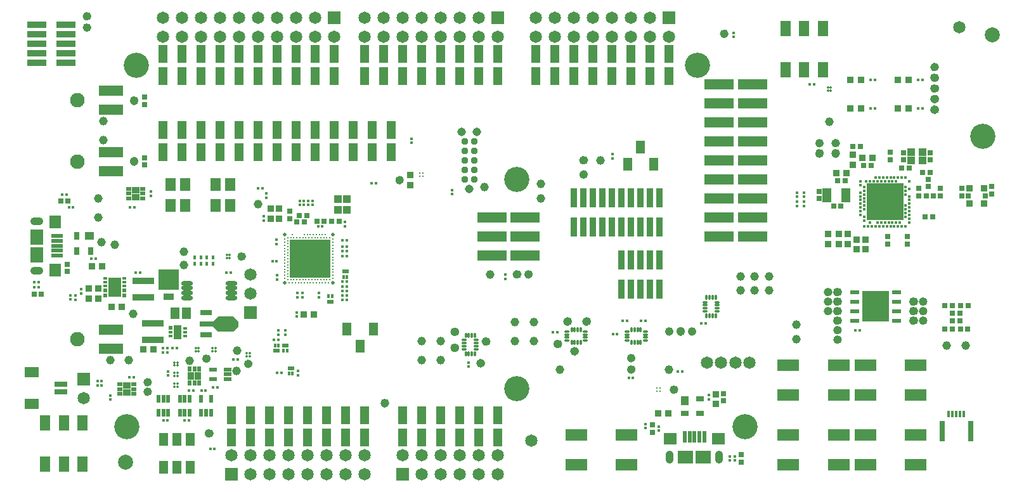
<source format=gts>
G04*
G04 #@! TF.GenerationSoftware,Altium Limited,Altium Designer,21.4.1 (30)*
G04*
G04 Layer_Color=8388736*
%FSLAX24Y24*%
%MOIN*%
G70*
G04*
G04 #@! TF.SameCoordinates,5CBE21F3-A45B-47EA-B0B1-B143E6338599*
G04*
G04*
G04 #@! TF.FilePolarity,Negative*
G04*
G01*
G75*
%ADD112C,0.0240*%
%ADD113R,0.0257X0.0296*%
%ADD114R,0.0316X0.0257*%
%ADD115R,0.0232X0.0154*%
%ADD116R,0.0232X0.0242*%
%ADD117R,0.0690X0.1044*%
%ADD118R,0.0560X0.0360*%
%ADD119R,0.1060X0.1111*%
%ADD120R,0.0454X0.0690*%
%ADD121C,0.0139*%
%ADD122O,0.0611X0.0237*%
%ADD123C,0.0134*%
%ADD124O,0.0136X0.0305*%
%ADD125O,0.0305X0.0136*%
%ADD126R,0.0513X0.0237*%
%ADD127R,0.1399X0.1635*%
%ADD128R,0.1143X0.0611*%
%ADD129R,0.0277X0.0296*%
%ADD130R,0.1312X0.0560*%
%ADD131R,0.0178X0.0375*%
%ADD132R,0.0296X0.1084*%
%ADD133R,0.0395X0.0296*%
%ADD134R,0.0395X0.0454*%
%ADD135R,0.0375X0.0355*%
%ADD136R,0.0532X0.0690*%
%ADD137R,0.0359X0.1005*%
%ADD138R,0.1560X0.0560*%
%ADD139R,0.0462X0.0922*%
%ADD140R,0.0532X0.0847*%
%ADD141R,0.0296X0.0395*%
%ADD142R,0.0454X0.0395*%
%ADD143R,0.0592X0.0217*%
%ADD144R,0.0670X0.0808*%
%ADD145R,0.0611X0.0690*%
%ADD146C,0.0787*%
%ADD147C,0.0454*%
%ADD148C,0.0370*%
%ADD149R,0.0296X0.0257*%
%ADD150R,0.0355X0.0375*%
%ADD151R,0.0769X0.0532*%
%ADD152R,0.0670X0.0296*%
%ADD153R,0.0158X0.0217*%
%ADD154R,0.0336X0.0217*%
%ADD155R,0.0198X0.0414*%
%ADD156R,0.0454X0.0769*%
%ADD157R,0.1949X0.1949*%
%ADD158C,0.0148*%
%ADD159R,0.0375X0.0355*%
%ADD160R,0.0288X0.0257*%
%ADD161R,0.0493X0.0611*%
%ADD162R,0.1123X0.0375*%
%ADD163R,0.0406X0.0323*%
%ADD164R,0.0260X0.0209*%
%ADD165R,0.0414X0.0769*%
%ADD166R,0.0237X0.0158*%
%ADD167R,0.0237X0.0198*%
%ADD168R,0.0158X0.0202*%
%ADD169R,0.0360X0.0380*%
%ADD170C,0.0651*%
%ADD171R,0.0157X0.0146*%
%ADD172R,0.0323X0.0406*%
%ADD173R,0.0209X0.0260*%
%ADD174R,0.0166X0.0178*%
%ADD175C,0.0132*%
%ADD176R,0.0395X0.0434*%
%ADD177R,0.0178X0.0166*%
%ADD178C,0.0128*%
%ADD179C,0.0197*%
%ADD180R,0.2165X0.2008*%
%ADD181R,0.0138X0.0197*%
%ADD182R,0.0327X0.0209*%
%ADD183R,0.0146X0.0157*%
%ADD184R,0.0611X0.0296*%
%ADD185R,0.0729X0.0296*%
%ADD186R,0.0257X0.0316*%
%ADD187R,0.0690X0.0611*%
%ADD188R,0.0808X0.0670*%
%ADD189R,0.0217X0.0592*%
%ADD190R,0.1005X0.0359*%
%ADD191R,0.0296X0.0277*%
%ADD192R,0.0414X0.0198*%
%ADD193R,0.0434X0.0395*%
%ADD194C,0.0761*%
%ADD195R,0.0651X0.0651*%
%ADD196O,0.0690X0.0414*%
%ADD197C,0.0450*%
%ADD198R,0.0651X0.0651*%
%ADD199C,0.1320*%
%ADD200O,0.0414X0.0690*%
G36*
X11083Y8804D02*
X11088Y8803D01*
X11092Y8801D01*
X11096Y8798D01*
X11100Y8795D01*
X11356Y8539D01*
X11359Y8536D01*
X11361Y8532D01*
X11363Y8527D01*
X11364Y8523D01*
X11364Y8518D01*
Y8282D01*
X11364Y8277D01*
X11363Y8273D01*
X11361Y8268D01*
X11359Y8264D01*
X11356Y8261D01*
X11100Y8005D01*
X11096Y8002D01*
X11092Y7999D01*
X11088Y7997D01*
X11083Y7996D01*
X11078Y7996D01*
X10291D01*
X10286Y7996D01*
X10282Y7997D01*
X10277Y7999D01*
X10273Y8002D01*
X10270Y8005D01*
X10014Y8261D01*
X10011Y8264D01*
X10008Y8268D01*
X10006Y8273D01*
X10005Y8277D01*
X10005Y8282D01*
Y8518D01*
X10005Y8523D01*
X10006Y8527D01*
X10008Y8532D01*
X10011Y8536D01*
X10014Y8539D01*
X10270Y8795D01*
X10273Y8798D01*
X10277Y8801D01*
X10282Y8803D01*
X10286Y8804D01*
X10291Y8804D01*
X11078D01*
X11083Y8804D01*
D02*
G37*
D112*
X34710Y7989D02*
G03*
X34710Y7989I-110J0D01*
G01*
Y8011D02*
G03*
X34710Y8011I-110J0D01*
G01*
X29147Y6959D02*
G03*
X29147Y6959I-110J0D01*
G01*
X29125D02*
G03*
X29125Y6959I-110J0D01*
G01*
X48052Y21337D02*
G03*
X48052Y21337I-110J0D01*
G01*
X48074D02*
G03*
X48074Y21337I-110J0D01*
G01*
X37000Y23649D02*
G03*
X37000Y23649I-110J0D01*
G01*
X42860Y17899D02*
G03*
X42860Y17899I-110J0D01*
G01*
X26099Y11000D02*
G03*
X26099Y11000I-110J0D01*
G01*
X26121D02*
G03*
X26121Y11000I-110J0D01*
G01*
X42971Y8570D02*
G03*
X42971Y8570I-110J0D01*
G01*
X42949D02*
G03*
X42949Y8570I-110J0D01*
G01*
X19933Y15956D02*
G03*
X19933Y15956I-110J0D01*
G01*
X3499Y23976D02*
G03*
X3499Y23976I-110J0D01*
G01*
X3501Y24570D02*
G03*
X3501Y24570I-110J0D01*
G01*
X42010Y17349D02*
G03*
X42010Y17349I-110J0D01*
G01*
Y17371D02*
G03*
X42010Y17371I-110J0D01*
G01*
X42860Y17349D02*
G03*
X42860Y17349I-110J0D01*
G01*
Y17371D02*
G03*
X42860Y17371I-110J0D01*
G01*
X42010Y17899D02*
G03*
X42010Y17899I-110J0D01*
G01*
X42949Y9070D02*
G03*
X42949Y9070I-110J0D01*
G01*
X42971D02*
G03*
X42971Y9070I-110J0D01*
G01*
X42949Y9570D02*
G03*
X42949Y9570I-110J0D01*
G01*
X42971D02*
G03*
X42971Y9570I-110J0D01*
G01*
X42949Y10070D02*
G03*
X42949Y10070I-110J0D01*
G01*
X42971D02*
G03*
X42971Y10070I-110J0D01*
G01*
X46971Y8570D02*
G03*
X46971Y8570I-110J0D01*
G01*
X46949D02*
G03*
X46949Y8570I-110J0D01*
G01*
X46971Y9070D02*
G03*
X46971Y9070I-110J0D01*
G01*
X46949D02*
G03*
X46949Y9070I-110J0D01*
G01*
X46971Y9570D02*
G03*
X46971Y9570I-110J0D01*
G01*
X46949D02*
G03*
X46949Y9570I-110J0D01*
G01*
X42959Y8070D02*
G03*
X42959Y8070I-110J0D01*
G01*
Y7570D02*
G03*
X42959Y7570I-110J0D01*
G01*
X42461Y9070D02*
G03*
X42461Y9070I-110J0D01*
G01*
Y9570D02*
G03*
X42461Y9570I-110J0D01*
G01*
Y10070D02*
G03*
X42461Y10070I-110J0D01*
G01*
X47459Y8570D02*
G03*
X47459Y8570I-110J0D01*
G01*
Y9070D02*
G03*
X47459Y9070I-110J0D01*
G01*
Y9570D02*
G03*
X47459Y9570I-110J0D01*
G01*
X26711Y11000D02*
G03*
X26711Y11000I-110J0D01*
G01*
X6690Y5329D02*
G03*
X6690Y5329I-110J0D01*
G01*
Y4829D02*
G03*
X6690Y4829I-110J0D01*
G01*
X11979Y6296D02*
G03*
X11979Y6296I-110J0D01*
G01*
X19160Y4219D02*
G03*
X19160Y4219I-110J0D01*
G01*
Y4241D02*
G03*
X19160Y4241I-110J0D01*
G01*
X9780Y6571D02*
G03*
X9780Y6571I-110J0D01*
G01*
X5980Y16950D02*
G03*
X5980Y16950I-110J0D01*
G01*
Y16928D02*
G03*
X5980Y16928I-110J0D01*
G01*
Y20141D02*
G03*
X5980Y20141I-110J0D01*
G01*
Y20119D02*
G03*
X5980Y20119I-110J0D01*
G01*
X32109Y6600D02*
G03*
X32109Y6600I-110J0D01*
G01*
X35310Y7999D02*
G03*
X35310Y7999I-110J0D01*
G01*
X34110D02*
G03*
X34110Y7999I-110J0D01*
G01*
X32111Y6000D02*
G03*
X32111Y6000I-110J0D01*
G01*
X11630Y11940D02*
G03*
X11630Y11940I-110J0D01*
G01*
X34360Y4941D02*
G03*
X34360Y4941I-110J0D01*
G01*
X48062Y21897D02*
G03*
X48062Y21897I-110J0D01*
G01*
X48074Y19657D02*
G03*
X48074Y19657I-110J0D01*
G01*
X48052D02*
G03*
X48052Y19657I-110J0D01*
G01*
X48074Y20217D02*
G03*
X48074Y20217I-110J0D01*
G01*
X48052D02*
G03*
X48052Y20217I-110J0D01*
G01*
X48074Y20777D02*
G03*
X48074Y20777I-110J0D01*
G01*
X48052D02*
G03*
X48052Y20777I-110J0D01*
G01*
X28239Y7340D02*
G03*
X28239Y7340I-110J0D01*
G01*
X28261D02*
G03*
X28261Y7340I-110J0D01*
G01*
X24211Y6330D02*
G03*
X24211Y6330I-110J0D01*
G01*
X24189D02*
G03*
X24189Y6330I-110J0D01*
G01*
X24491Y7470D02*
G03*
X24491Y7470I-110J0D01*
G01*
X24469D02*
G03*
X24469Y7470I-110J0D01*
G01*
X22829Y7980D02*
G03*
X22829Y7980I-110J0D01*
G01*
X22851D02*
G03*
X22851Y7980I-110J0D01*
G01*
X22829Y7140D02*
G03*
X22829Y7140I-110J0D01*
G01*
X22851D02*
G03*
X22851Y7140I-110J0D01*
G01*
X28759Y8520D02*
G03*
X28759Y8520I-110J0D01*
G01*
X28781D02*
G03*
X28781Y8520I-110J0D01*
G01*
X29759D02*
G03*
X29759Y8520I-110J0D01*
G01*
X29781D02*
G03*
X29781Y8520I-110J0D01*
G01*
X29621Y17000D02*
G03*
X29621Y17000I-110J0D01*
G01*
X29599D02*
G03*
X29599Y17000I-110J0D01*
G01*
X29611Y16250D02*
G03*
X29611Y16250I-110J0D01*
G01*
X9931Y2640D02*
G03*
X9931Y2640I-110J0D01*
G01*
X9909D02*
G03*
X9909Y2640I-110J0D01*
G01*
D113*
X49379Y15132D02*
D03*
Y15526D02*
D03*
X50937Y15631D02*
D03*
Y15238D02*
D03*
X14061Y14312D02*
D03*
Y13918D02*
D03*
X47718Y17407D02*
D03*
Y17013D02*
D03*
X46318Y17013D02*
D03*
Y17407D02*
D03*
X45468Y12989D02*
D03*
Y12595D02*
D03*
X46531Y12989D02*
D03*
Y12595D02*
D03*
X45606Y17015D02*
D03*
Y17408D02*
D03*
X41884Y15374D02*
D03*
Y14980D02*
D03*
X48256Y15133D02*
D03*
Y15527D02*
D03*
X47606Y16007D02*
D03*
Y15613D02*
D03*
X47132Y15115D02*
D03*
Y15509D02*
D03*
D114*
X47879Y15112D02*
D03*
X47505Y15112D02*
D03*
X609Y9967D02*
D03*
X983D02*
D03*
X44041Y17714D02*
D03*
X43667D02*
D03*
X2012Y14856D02*
D03*
X2386D02*
D03*
D115*
X5360Y10793D02*
D03*
Y10596D02*
D03*
Y10399D02*
D03*
X4360D02*
D03*
Y10596D02*
D03*
Y10793D02*
D03*
D116*
X5360Y10143D02*
D03*
Y9887D02*
D03*
X4360D02*
D03*
Y10143D02*
D03*
D117*
X4860Y10340D02*
D03*
D118*
X7680Y9810D02*
D03*
D119*
Y10736D02*
D03*
D120*
X8809Y872D02*
D03*
X8120D02*
D03*
X7431D02*
D03*
Y2328D02*
D03*
X8120D02*
D03*
X8809D02*
D03*
X33189Y16797D02*
D03*
X31811D02*
D03*
X32500Y17703D02*
D03*
X17067Y8130D02*
D03*
X18445D02*
D03*
X17756Y7224D02*
D03*
D121*
X34600Y7867D02*
D03*
Y8133D02*
D03*
X29159Y6959D02*
D03*
X28893D02*
D03*
X47820Y21337D02*
D03*
X48086D02*
D03*
X36890Y23527D02*
D03*
Y23773D02*
D03*
X42750Y17777D02*
D03*
Y18023D02*
D03*
X25867Y11000D02*
D03*
X26133D02*
D03*
X42983Y8570D02*
D03*
X42717D02*
D03*
X19823Y16078D02*
D03*
Y15832D02*
D03*
X3513Y23976D02*
D03*
X3267D02*
D03*
X3513Y24570D02*
D03*
X3267D02*
D03*
X41900Y17227D02*
D03*
Y17493D02*
D03*
X42750Y17227D02*
D03*
Y17493D02*
D03*
X41900Y18023D02*
D03*
Y17777D02*
D03*
X42717Y9070D02*
D03*
X42983D02*
D03*
X42717Y9570D02*
D03*
X42983D02*
D03*
X42717Y10070D02*
D03*
X42983D02*
D03*
X46983Y8570D02*
D03*
X46717D02*
D03*
X46983Y9070D02*
D03*
X46717D02*
D03*
X46983Y9570D02*
D03*
X46717D02*
D03*
X42973Y8070D02*
D03*
X42727D02*
D03*
X42973Y7570D02*
D03*
X42727D02*
D03*
X42227Y9070D02*
D03*
X42473D02*
D03*
X42227Y9570D02*
D03*
X42473D02*
D03*
X42227Y10070D02*
D03*
X42473D02*
D03*
X47473Y8570D02*
D03*
X47227D02*
D03*
X47473Y9070D02*
D03*
X47227D02*
D03*
X47473Y9570D02*
D03*
X47227D02*
D03*
X26477Y11000D02*
D03*
X26723D02*
D03*
X6456Y5329D02*
D03*
X6702D02*
D03*
X6456Y4829D02*
D03*
X6702D02*
D03*
X11745Y6296D02*
D03*
X11991D02*
D03*
X19050Y4097D02*
D03*
Y4363D02*
D03*
X9670Y6447D02*
D03*
Y6693D02*
D03*
X5870Y17072D02*
D03*
Y16806D02*
D03*
Y20263D02*
D03*
Y19997D02*
D03*
X32123Y6600D02*
D03*
X31877D02*
D03*
X35200Y8123D02*
D03*
Y7877D02*
D03*
X34000Y8123D02*
D03*
Y7877D02*
D03*
X31877Y6000D02*
D03*
X32123D02*
D03*
X11520Y11816D02*
D03*
Y12062D02*
D03*
X34250Y4817D02*
D03*
Y5063D02*
D03*
X48076Y21897D02*
D03*
X47830D02*
D03*
X48086Y19657D02*
D03*
X47820D02*
D03*
X48086Y20217D02*
D03*
X47820D02*
D03*
X48086Y20777D02*
D03*
X47820D02*
D03*
X28007Y7340D02*
D03*
X28273D02*
D03*
X24223Y6330D02*
D03*
X23957D02*
D03*
X24503Y7470D02*
D03*
X24237D02*
D03*
X22597Y7980D02*
D03*
X22863D02*
D03*
X22597Y7140D02*
D03*
X22863D02*
D03*
X28527Y8520D02*
D03*
X28793D02*
D03*
X29527D02*
D03*
X29793D02*
D03*
X29633Y17000D02*
D03*
X29367D02*
D03*
X29377Y16250D02*
D03*
X29623D02*
D03*
X9943Y2640D02*
D03*
X9677D02*
D03*
D122*
X10981Y9766D02*
D03*
Y10022D02*
D03*
Y10278D02*
D03*
Y10534D02*
D03*
X8659Y9766D02*
D03*
Y10022D02*
D03*
Y10278D02*
D03*
Y10534D02*
D03*
D123*
X11937Y6687D02*
D03*
X11779D02*
D03*
X11937Y6845D02*
D03*
X11779D02*
D03*
X10899Y12029D02*
D03*
Y11871D02*
D03*
X10741Y12029D02*
D03*
Y11871D02*
D03*
X42340Y20817D02*
D03*
X42497D02*
D03*
X42340Y20660D02*
D03*
X42497D02*
D03*
X8149Y6211D02*
D03*
X7991D02*
D03*
X8149Y6369D02*
D03*
X7991D02*
D03*
X8149Y5656D02*
D03*
X7991D02*
D03*
X8149Y5814D02*
D03*
X7991D02*
D03*
X8149Y5101D02*
D03*
X7991D02*
D03*
X8149Y5259D02*
D03*
X7991D02*
D03*
X9991Y7119D02*
D03*
X10149D02*
D03*
X9991Y6961D02*
D03*
X10149D02*
D03*
X9101Y7119D02*
D03*
X9259D02*
D03*
X9101Y6961D02*
D03*
X9259D02*
D03*
D124*
X28874Y7435D02*
D03*
X29031D02*
D03*
X29189D02*
D03*
X29346D02*
D03*
Y8085D02*
D03*
X29189D02*
D03*
X29031D02*
D03*
X28874D02*
D03*
X36436Y9782D02*
D03*
X36279D02*
D03*
X36121D02*
D03*
X35964D02*
D03*
Y8818D02*
D03*
X36121D02*
D03*
X36279D02*
D03*
X36436D02*
D03*
X23776Y6828D02*
D03*
X23619D02*
D03*
X23461D02*
D03*
X23304D02*
D03*
Y7792D02*
D03*
X23461D02*
D03*
X23619D02*
D03*
X23776D02*
D03*
X32024Y8085D02*
D03*
X32181D02*
D03*
X32339D02*
D03*
X32496D02*
D03*
Y7435D02*
D03*
X32339D02*
D03*
X32181D02*
D03*
X32024D02*
D03*
D125*
X29592Y7524D02*
D03*
Y7681D02*
D03*
Y7839D02*
D03*
Y7996D02*
D03*
X28628D02*
D03*
Y7839D02*
D03*
Y7681D02*
D03*
Y7524D02*
D03*
X36525Y9064D02*
D03*
Y9221D02*
D03*
Y9379D02*
D03*
Y9536D02*
D03*
X35875D02*
D03*
Y9379D02*
D03*
Y9221D02*
D03*
Y9064D02*
D03*
X23215Y7074D02*
D03*
Y7231D02*
D03*
Y7389D02*
D03*
Y7546D02*
D03*
X23865D02*
D03*
Y7389D02*
D03*
Y7231D02*
D03*
Y7074D02*
D03*
X31778Y7524D02*
D03*
Y7681D02*
D03*
Y7839D02*
D03*
Y7996D02*
D03*
X32742D02*
D03*
Y7839D02*
D03*
Y7681D02*
D03*
Y7524D02*
D03*
D126*
X45941Y8570D02*
D03*
Y9070D02*
D03*
Y9570D02*
D03*
Y10070D02*
D03*
X43759Y8570D02*
D03*
Y9070D02*
D03*
Y9570D02*
D03*
Y10070D02*
D03*
D127*
X44850Y9320D02*
D03*
D128*
X31759Y985D02*
D03*
Y2560D02*
D03*
X29101Y985D02*
D03*
Y2560D02*
D03*
X44307Y2560D02*
D03*
Y985D02*
D03*
X46964Y2560D02*
D03*
Y985D02*
D03*
X40267Y2560D02*
D03*
Y985D02*
D03*
X42924Y2560D02*
D03*
Y985D02*
D03*
X46964Y4657D02*
D03*
Y6232D02*
D03*
X44307Y4657D02*
D03*
Y6232D02*
D03*
X42924Y4657D02*
D03*
Y6232D02*
D03*
X40267Y4657D02*
D03*
Y6232D02*
D03*
D129*
X48900Y8947D02*
D03*
Y8553D02*
D03*
X6430Y20327D02*
D03*
Y19933D02*
D03*
X49290Y8553D02*
D03*
Y8947D02*
D03*
X6430Y16742D02*
D03*
Y17136D02*
D03*
D130*
X4650Y17429D02*
D03*
Y16429D02*
D03*
Y8090D02*
D03*
Y7090D02*
D03*
Y20657D02*
D03*
Y19657D02*
D03*
D131*
X49487Y3673D02*
D03*
X48700D02*
D03*
X48897D02*
D03*
X49094D02*
D03*
X49290D02*
D03*
D132*
X48346Y2767D02*
D03*
X49842D02*
D03*
D133*
X35611Y4445D02*
D03*
Y3697D02*
D03*
X34804D02*
D03*
D134*
Y4366D02*
D03*
D135*
X36466Y4706D02*
D03*
Y4175D02*
D03*
X43381Y13127D02*
D03*
Y12595D02*
D03*
X43667Y16769D02*
D03*
Y17300D02*
D03*
X13480Y14471D02*
D03*
Y13940D02*
D03*
X13037D02*
D03*
Y14471D02*
D03*
X20374Y16230D02*
D03*
Y15699D02*
D03*
X42367Y12595D02*
D03*
Y13127D02*
D03*
X42919Y12595D02*
D03*
Y13127D02*
D03*
X43844Y12310D02*
D03*
Y12841D02*
D03*
X3970Y9724D02*
D03*
Y10256D02*
D03*
X3500Y9724D02*
D03*
Y10256D02*
D03*
X44307Y12310D02*
D03*
Y12841D02*
D03*
D136*
X7775Y15711D02*
D03*
X8563Y14609D02*
D03*
X7775D02*
D03*
X10137D02*
D03*
X10925D02*
D03*
X8563Y15711D02*
D03*
X10137D02*
D03*
X10925D02*
D03*
D137*
X31500Y15018D02*
D03*
X32000D02*
D03*
X32500D02*
D03*
X33000D02*
D03*
X33500D02*
D03*
X31500Y13482D02*
D03*
X32000D02*
D03*
X32500D02*
D03*
X33000D02*
D03*
X33500D02*
D03*
X31000D02*
D03*
X30500D02*
D03*
X30000D02*
D03*
X29500D02*
D03*
X29000D02*
D03*
X31000Y15018D02*
D03*
X30500D02*
D03*
X30000D02*
D03*
X29500D02*
D03*
X29000D02*
D03*
X33500Y10232D02*
D03*
X33000D02*
D03*
X32500D02*
D03*
X32000D02*
D03*
X31500D02*
D03*
X33500Y11768D02*
D03*
X33000D02*
D03*
X32500D02*
D03*
X32000D02*
D03*
X31500D02*
D03*
D138*
X38375Y14000D02*
D03*
X36625D02*
D03*
X38375Y16000D02*
D03*
X36625D02*
D03*
X38375Y17000D02*
D03*
X36625D02*
D03*
X38375Y18000D02*
D03*
X36625D02*
D03*
X38375Y19000D02*
D03*
X36625D02*
D03*
X38375Y20000D02*
D03*
X36625D02*
D03*
X38375Y21000D02*
D03*
X36625D02*
D03*
Y15000D02*
D03*
X38375D02*
D03*
X36625Y13000D02*
D03*
X38375D02*
D03*
X26425Y12000D02*
D03*
X24675D02*
D03*
X26425Y13000D02*
D03*
X24675D02*
D03*
X26425Y14000D02*
D03*
X24675D02*
D03*
D139*
X31000Y21423D02*
D03*
Y22577D02*
D03*
X27000Y21423D02*
D03*
X30000D02*
D03*
X29000Y21423D02*
D03*
X34000Y21423D02*
D03*
X33000D02*
D03*
X27000Y22577D02*
D03*
X30000D02*
D03*
X29000D02*
D03*
X34000D02*
D03*
X33000D02*
D03*
X28000Y21423D02*
D03*
X32000D02*
D03*
X28000Y22577D02*
D03*
X32000D02*
D03*
X7400Y21423D02*
D03*
X13400D02*
D03*
X7400Y22577D02*
D03*
X13400D02*
D03*
X8400Y21423D02*
D03*
X9400Y21423D02*
D03*
X11400D02*
D03*
X12400D02*
D03*
X15400D02*
D03*
X16400D02*
D03*
X8400Y22577D02*
D03*
X9400D02*
D03*
X11400D02*
D03*
X12400D02*
D03*
X15400D02*
D03*
X16400D02*
D03*
X10400Y21423D02*
D03*
X14400Y21423D02*
D03*
X10400Y22577D02*
D03*
X14400D02*
D03*
X14000Y3577D02*
D03*
Y2423D02*
D03*
X18000Y3577D02*
D03*
X15000D02*
D03*
X16000Y3577D02*
D03*
X11000Y3577D02*
D03*
X12000D02*
D03*
X18000Y2423D02*
D03*
X15000D02*
D03*
X16000D02*
D03*
X11000D02*
D03*
X12000D02*
D03*
X17000Y3577D02*
D03*
X13000D02*
D03*
X17000Y2423D02*
D03*
X13000D02*
D03*
X23000Y3577D02*
D03*
X23000Y2423D02*
D03*
X25000Y3577D02*
D03*
X24000D02*
D03*
X21000D02*
D03*
X20000D02*
D03*
X25000Y2423D02*
D03*
X24000D02*
D03*
X21000D02*
D03*
X20000D02*
D03*
X22000Y3577D02*
D03*
Y2423D02*
D03*
X15400Y18577D02*
D03*
Y17423D02*
D03*
X16400Y18577D02*
D03*
Y17423D02*
D03*
X7400D02*
D03*
Y18577D02*
D03*
X11400D02*
D03*
Y17423D02*
D03*
X12400Y18577D02*
D03*
Y17423D02*
D03*
X10400Y18577D02*
D03*
Y17423D02*
D03*
X9400Y18577D02*
D03*
Y17423D02*
D03*
X8400D02*
D03*
Y18577D02*
D03*
X14400Y17423D02*
D03*
Y18577D02*
D03*
X13400Y17423D02*
D03*
Y18577D02*
D03*
X17400Y17423D02*
D03*
Y18577D02*
D03*
X18400Y17423D02*
D03*
Y18577D02*
D03*
X19400Y17423D02*
D03*
Y18577D02*
D03*
X23000Y22577D02*
D03*
X19000D02*
D03*
X23000Y21423D02*
D03*
X19000D02*
D03*
X24000Y22577D02*
D03*
X25000D02*
D03*
X20000D02*
D03*
X21000D02*
D03*
X18000D02*
D03*
X24000Y21423D02*
D03*
X25000D02*
D03*
X20000Y21423D02*
D03*
X21000Y21423D02*
D03*
X18000D02*
D03*
X22000Y22577D02*
D03*
Y21423D02*
D03*
D140*
X3160Y3193D02*
D03*
X1192D02*
D03*
X2176D02*
D03*
Y1027D02*
D03*
X1192D02*
D03*
X3160D02*
D03*
X40106Y23913D02*
D03*
X42074D02*
D03*
X41090D02*
D03*
Y21747D02*
D03*
X42074D02*
D03*
X40106D02*
D03*
D141*
X3600Y12226D02*
D03*
X2852D02*
D03*
Y13034D02*
D03*
D142*
X3521D02*
D03*
D143*
X1818Y12500D02*
D03*
Y12756D02*
D03*
Y13012D02*
D03*
Y12244D02*
D03*
Y11988D02*
D03*
D144*
X765Y12972D02*
D03*
Y12028D02*
D03*
D145*
X1730Y11240D02*
D03*
Y13760D02*
D03*
D146*
X50973Y23600D02*
D03*
X5411Y1120D02*
D03*
D147*
X11240Y5920D02*
D03*
X24600Y11000D02*
D03*
X21000Y7500D02*
D03*
X48600Y7250D02*
D03*
X27250Y15750D02*
D03*
X28250Y6000D02*
D03*
X22000Y7500D02*
D03*
Y6500D02*
D03*
X21000D02*
D03*
X27250Y15000D02*
D03*
X4250Y18050D02*
D03*
Y19050D02*
D03*
X25900Y7500D02*
D03*
X25900Y8500D02*
D03*
X26900Y7500D02*
D03*
Y8500D02*
D03*
X4860Y12559D02*
D03*
X4160Y12700D02*
D03*
X4000Y14000D02*
D03*
Y15000D02*
D03*
X49600Y7250D02*
D03*
X8500Y12200D02*
D03*
X30400Y17000D02*
D03*
X42430Y19020D02*
D03*
X4626Y6486D02*
D03*
X34000Y6000D02*
D03*
X5581Y6486D02*
D03*
X12400Y14700D02*
D03*
X11300Y7000D02*
D03*
X8500Y11500D02*
D03*
X40700Y7600D02*
D03*
Y8350D02*
D03*
X24300Y15600D02*
D03*
X8800Y6450D02*
D03*
X5810Y8930D02*
D03*
X39250Y10900D02*
D03*
Y10150D02*
D03*
X38500Y10900D02*
D03*
Y10150D02*
D03*
X37750Y10900D02*
D03*
Y10150D02*
D03*
D148*
X23750Y16000D02*
D03*
Y16500D02*
D03*
Y17000D02*
D03*
Y17500D02*
D03*
Y18000D02*
D03*
X23250D02*
D03*
Y17500D02*
D03*
Y17000D02*
D03*
Y16500D02*
D03*
Y16000D02*
D03*
D149*
X49303Y8137D02*
D03*
X49697D02*
D03*
X47860Y14023D02*
D03*
X47466D02*
D03*
X42844Y15927D02*
D03*
X43238D02*
D03*
X44213Y16710D02*
D03*
X44607D02*
D03*
X14956Y14107D02*
D03*
X14563D02*
D03*
X15862Y13800D02*
D03*
X15468D02*
D03*
X16639Y13800D02*
D03*
X16246D02*
D03*
X14818Y13763D02*
D03*
X14425D02*
D03*
X46216Y16601D02*
D03*
X46610D02*
D03*
X42637Y14587D02*
D03*
X43031D02*
D03*
X48877Y8137D02*
D03*
X48483D02*
D03*
X47308Y16355D02*
D03*
X47702D02*
D03*
D150*
X4192Y11440D02*
D03*
X3660D02*
D03*
X33434Y3700D02*
D03*
X33966D02*
D03*
X42791Y16317D02*
D03*
X43322D02*
D03*
X44149Y17119D02*
D03*
X44681D02*
D03*
X5226Y9280D02*
D03*
X4694D02*
D03*
X6886Y7070D02*
D03*
X6354D02*
D03*
D151*
X484Y4203D02*
D03*
Y5857D02*
D03*
D152*
X2010Y4833D02*
D03*
Y5227D02*
D03*
D153*
X13268Y7264D02*
D03*
X13445D02*
D03*
X14021Y5782D02*
D03*
X14199D02*
D03*
D154*
X13356Y6988D02*
D03*
X14110Y6058D02*
D03*
D155*
X9394Y3726D02*
D03*
X9650D02*
D03*
X9906D02*
D03*
Y4474D02*
D03*
X9394D02*
D03*
X8786Y4474D02*
D03*
X8530D02*
D03*
X8274D02*
D03*
Y3726D02*
D03*
X8530D02*
D03*
X8786D02*
D03*
X7666D02*
D03*
X7410D02*
D03*
X7154D02*
D03*
Y4474D02*
D03*
X7410D02*
D03*
X7666D02*
D03*
D156*
X42292Y15167D02*
D03*
X43276D02*
D03*
D157*
X45340Y14810D02*
D03*
D158*
X46423Y13530D02*
D03*
X46226D02*
D03*
X46029D02*
D03*
X45832D02*
D03*
X45635D02*
D03*
X45438D02*
D03*
X45242D02*
D03*
X45045D02*
D03*
X44848D02*
D03*
X44651D02*
D03*
X44454D02*
D03*
X44257D02*
D03*
X46620Y13727D02*
D03*
X46127D02*
D03*
X45931D02*
D03*
X45734D02*
D03*
X45537D02*
D03*
X45340D02*
D03*
X45143D02*
D03*
X44946D02*
D03*
X44553D02*
D03*
X44257Y13826D02*
D03*
X46620Y13924D02*
D03*
X46423Y14023D02*
D03*
X44257D02*
D03*
X46620Y14121D02*
D03*
X44060D02*
D03*
X46423Y14219D02*
D03*
X46620Y14318D02*
D03*
X44060D02*
D03*
X46423Y14416D02*
D03*
X44257D02*
D03*
X46620Y14515D02*
D03*
X44060D02*
D03*
X46423Y14613D02*
D03*
X44257D02*
D03*
X46620Y14712D02*
D03*
X44060D02*
D03*
X44257Y14810D02*
D03*
X46620Y14908D02*
D03*
X44060D02*
D03*
X44257Y15007D02*
D03*
X46620Y15105D02*
D03*
X44060D02*
D03*
X46423Y15204D02*
D03*
X44257D02*
D03*
X44060Y15302D02*
D03*
X46423Y15401D02*
D03*
X44257D02*
D03*
X46620Y15499D02*
D03*
X44257Y15597D02*
D03*
X44060Y15696D02*
D03*
X46423Y15597D02*
D03*
X46620Y15893D02*
D03*
X45931D02*
D03*
X45734D02*
D03*
X45537D02*
D03*
X45340D02*
D03*
X45143D02*
D03*
X44946D02*
D03*
X44749D02*
D03*
X44553D02*
D03*
X44356D02*
D03*
X44060D02*
D03*
X46423Y16090D02*
D03*
X46029D02*
D03*
X45832D02*
D03*
X45635D02*
D03*
X45438D02*
D03*
X45242D02*
D03*
X45045D02*
D03*
X44848D02*
D03*
X46226D02*
D03*
D159*
X49793Y14711D02*
D03*
Y15518D02*
D03*
X50541D02*
D03*
Y14711D02*
D03*
D160*
X49710Y15115D02*
D03*
X50623D02*
D03*
D161*
X8605Y8970D02*
D03*
X8015D02*
D03*
D162*
X6850Y8413D02*
D03*
Y7547D02*
D03*
X6340Y9777D02*
D03*
Y10643D02*
D03*
D163*
X5480Y4783D02*
D03*
Y5157D02*
D03*
X5950Y15437D02*
D03*
Y15063D02*
D03*
D164*
X5852Y5226D02*
D03*
Y4970D02*
D03*
Y4714D02*
D03*
X5108D02*
D03*
Y4970D02*
D03*
Y5226D02*
D03*
X5578Y15506D02*
D03*
Y15250D02*
D03*
Y14994D02*
D03*
X6322D02*
D03*
Y15250D02*
D03*
Y15506D02*
D03*
D165*
X8160Y7960D02*
D03*
D166*
X8544Y8157D02*
D03*
Y7960D02*
D03*
Y7763D02*
D03*
X7776D02*
D03*
Y7960D02*
D03*
D167*
Y8177D02*
D03*
D168*
X10010Y11553D02*
D03*
Y11884D02*
D03*
X9370D02*
D03*
Y11553D02*
D03*
X9050Y11884D02*
D03*
Y11553D02*
D03*
X9690Y11884D02*
D03*
Y11553D02*
D03*
D169*
X46033Y19727D02*
D03*
X46583D02*
D03*
X15330Y8888D02*
D03*
X14780D02*
D03*
X44083Y21227D02*
D03*
X43533D02*
D03*
X46583D02*
D03*
X46033D02*
D03*
X44083Y19727D02*
D03*
X43533D02*
D03*
D170*
X36730Y6350D02*
D03*
X37480D02*
D03*
X38230D02*
D03*
X35980D02*
D03*
X9400Y24500D02*
D03*
Y23500D02*
D03*
X12400D02*
D03*
Y24500D02*
D03*
X14400Y23500D02*
D03*
Y24500D02*
D03*
X15400Y23500D02*
D03*
Y24500D02*
D03*
X16400Y23500D02*
D03*
X13400Y24500D02*
D03*
Y23500D02*
D03*
X11400Y24500D02*
D03*
Y23500D02*
D03*
X10400D02*
D03*
Y24500D02*
D03*
X8400D02*
D03*
Y23500D02*
D03*
X7400D02*
D03*
Y24500D02*
D03*
X24000Y1500D02*
D03*
Y500D02*
D03*
X22000Y1500D02*
D03*
Y500D02*
D03*
X21000Y1500D02*
D03*
Y500D02*
D03*
X20000Y1500D02*
D03*
X23000Y500D02*
D03*
Y1500D02*
D03*
X25000Y500D02*
D03*
Y1500D02*
D03*
X17000Y500D02*
D03*
Y1500D02*
D03*
X16000D02*
D03*
Y500D02*
D03*
X14000Y1500D02*
D03*
Y500D02*
D03*
X11000Y1500D02*
D03*
X12000Y500D02*
D03*
Y1500D02*
D03*
X13000Y500D02*
D03*
Y1500D02*
D03*
X15000Y500D02*
D03*
Y1500D02*
D03*
X18000D02*
D03*
Y500D02*
D03*
X26750Y2250D02*
D03*
X3220Y4490D02*
D03*
X12000Y11000D02*
D03*
Y10000D02*
D03*
X27000Y24500D02*
D03*
Y23500D02*
D03*
X30000D02*
D03*
Y24500D02*
D03*
X32000Y23500D02*
D03*
Y24500D02*
D03*
X33000Y23500D02*
D03*
Y24500D02*
D03*
X34000Y23500D02*
D03*
X31000Y24500D02*
D03*
Y23500D02*
D03*
X29000Y24500D02*
D03*
Y23500D02*
D03*
X28000D02*
D03*
Y24500D02*
D03*
X18000D02*
D03*
Y23500D02*
D03*
X21000D02*
D03*
Y24500D02*
D03*
X23000Y23500D02*
D03*
Y24500D02*
D03*
X24000Y23500D02*
D03*
Y24500D02*
D03*
X25000Y23500D02*
D03*
X22000Y24500D02*
D03*
Y23500D02*
D03*
X20000Y24500D02*
D03*
Y23500D02*
D03*
X19000D02*
D03*
Y24500D02*
D03*
X49250Y24000D02*
D03*
D171*
X40710Y15302D02*
D03*
Y15078D02*
D03*
X41070D02*
D03*
Y15302D02*
D03*
D172*
X8849Y5652D02*
D03*
X9223D02*
D03*
D173*
X9292Y5280D02*
D03*
X9036D02*
D03*
X8780D02*
D03*
Y6024D02*
D03*
X9036D02*
D03*
X9292D02*
D03*
D174*
X18352Y15807D02*
D03*
X18577D02*
D03*
X13366Y11684D02*
D03*
X13141D02*
D03*
X17041Y12462D02*
D03*
X16817D02*
D03*
X17041Y10640D02*
D03*
X16817D02*
D03*
X15540Y13514D02*
D03*
X15765D02*
D03*
X17041Y9882D02*
D03*
X16817D02*
D03*
X17041Y9646D02*
D03*
X16817D02*
D03*
X16817Y11950D02*
D03*
X17041D02*
D03*
Y12792D02*
D03*
X16817D02*
D03*
X17041Y12212D02*
D03*
X16817D02*
D03*
X17041Y10354D02*
D03*
X16817D02*
D03*
X17041Y10118D02*
D03*
X16817D02*
D03*
X12388Y15520D02*
D03*
X12612D02*
D03*
X34672Y5890D02*
D03*
X34448D02*
D03*
X31772Y8560D02*
D03*
X31548D02*
D03*
X32528D02*
D03*
X32752D02*
D03*
X13398Y5810D02*
D03*
X13622D02*
D03*
X10092Y1820D02*
D03*
X9868D02*
D03*
X11312Y6540D02*
D03*
X11088D02*
D03*
X5841Y5591D02*
D03*
X5616D02*
D03*
X7878Y7120D02*
D03*
X8102D02*
D03*
X7388Y7120D02*
D03*
X7612D02*
D03*
X616Y10590D02*
D03*
X841D02*
D03*
X32100Y5561D02*
D03*
X31876D02*
D03*
X47311Y19727D02*
D03*
X47086D02*
D03*
X44821D02*
D03*
X44596D02*
D03*
X47311Y21227D02*
D03*
X47086D02*
D03*
X44821D02*
D03*
X44596D02*
D03*
X5872Y14540D02*
D03*
X5648D02*
D03*
X41398Y20990D02*
D03*
X41622D02*
D03*
X8528Y3310D02*
D03*
X8752D02*
D03*
X10028Y5070D02*
D03*
X10252D02*
D03*
X9408Y4890D02*
D03*
X9632D02*
D03*
X7408Y3310D02*
D03*
X7632D02*
D03*
X7398Y6900D02*
D03*
X7622D02*
D03*
X10952Y11100D02*
D03*
X10728D02*
D03*
X5958D02*
D03*
X6182D02*
D03*
X2084Y15197D02*
D03*
X2308D02*
D03*
X616Y10310D02*
D03*
X841D02*
D03*
X3634Y11840D02*
D03*
X3858D02*
D03*
X2662Y14520D02*
D03*
X2438D02*
D03*
X35902Y8430D02*
D03*
X35678D02*
D03*
X43788Y8050D02*
D03*
X44012D02*
D03*
X31262Y7860D02*
D03*
X31038D02*
D03*
X28102Y7950D02*
D03*
X27878D02*
D03*
X8972Y4890D02*
D03*
X8748D02*
D03*
D175*
X21043Y16319D02*
D03*
Y16161D02*
D03*
X20886Y16319D02*
D03*
Y16161D02*
D03*
X33514Y5030D02*
D03*
Y4872D02*
D03*
X33356Y5030D02*
D03*
Y4872D02*
D03*
D176*
X17037Y14951D02*
D03*
X16585D02*
D03*
Y14380D02*
D03*
X17037D02*
D03*
D177*
X12687Y13835D02*
D03*
Y14059D02*
D03*
X14409Y9000D02*
D03*
Y8776D02*
D03*
X22589Y15213D02*
D03*
Y15437D02*
D03*
X14449Y9789D02*
D03*
Y10014D02*
D03*
X16949Y13530D02*
D03*
Y13754D02*
D03*
X13362Y12820D02*
D03*
Y12595D02*
D03*
X15576Y10014D02*
D03*
Y9790D02*
D03*
X14730Y10014D02*
D03*
Y9790D02*
D03*
X13372Y10950D02*
D03*
Y10725D02*
D03*
X15235Y14874D02*
D03*
Y14649D02*
D03*
X15015Y14874D02*
D03*
Y14649D02*
D03*
X14575Y14874D02*
D03*
Y14649D02*
D03*
X14795Y14874D02*
D03*
Y14649D02*
D03*
X13455Y8055D02*
D03*
Y7831D02*
D03*
X13819Y7831D02*
D03*
Y8055D02*
D03*
X20460Y18132D02*
D03*
Y17908D02*
D03*
X40710Y14812D02*
D03*
Y14588D02*
D03*
X41070Y14812D02*
D03*
Y14588D02*
D03*
X14500Y5922D02*
D03*
Y5698D02*
D03*
X4630Y4632D02*
D03*
Y4408D02*
D03*
X12830Y15252D02*
D03*
Y15028D02*
D03*
X3939Y5382D02*
D03*
Y5158D02*
D03*
X4149D02*
D03*
Y5382D02*
D03*
X3090Y9998D02*
D03*
Y10222D02*
D03*
X2800Y9668D02*
D03*
Y9892D02*
D03*
X25400Y10758D02*
D03*
Y10982D02*
D03*
X37173Y1433D02*
D03*
Y1209D02*
D03*
X6740Y15342D02*
D03*
Y15118D02*
D03*
X37400Y23478D02*
D03*
Y23702D02*
D03*
X31020Y17312D02*
D03*
Y17088D02*
D03*
X2520Y9678D02*
D03*
Y9902D02*
D03*
X32765Y3137D02*
D03*
Y2913D02*
D03*
X37443Y1433D02*
D03*
Y1209D02*
D03*
X36076Y4428D02*
D03*
Y4653D02*
D03*
X33463Y2778D02*
D03*
Y3003D02*
D03*
X23460Y6372D02*
D03*
Y6148D02*
D03*
X7650Y5678D02*
D03*
Y5902D02*
D03*
D178*
X13952Y12137D02*
D03*
Y10877D02*
D03*
X15921Y13081D02*
D03*
X16078Y10562D02*
D03*
X15921D02*
D03*
X16157Y10719D02*
D03*
Y12924D02*
D03*
X13795Y10798D02*
D03*
X15763Y10562D02*
D03*
X15606D02*
D03*
X15448D02*
D03*
X15291D02*
D03*
X15133D02*
D03*
X14976D02*
D03*
X14818D02*
D03*
X14661D02*
D03*
X14503D02*
D03*
X14346D02*
D03*
X14188D02*
D03*
X14031D02*
D03*
X16000Y10719D02*
D03*
X15842D02*
D03*
X15685D02*
D03*
X15527D02*
D03*
X15370D02*
D03*
X15212D02*
D03*
X15055D02*
D03*
X14897D02*
D03*
X14740D02*
D03*
X14582D02*
D03*
X14425D02*
D03*
X14267D02*
D03*
X14110D02*
D03*
X13952D02*
D03*
Y11034D02*
D03*
X13795Y10955D02*
D03*
Y11113D02*
D03*
X13952Y11192D02*
D03*
X16314Y11270D02*
D03*
X13795D02*
D03*
X13952Y11349D02*
D03*
X16314Y11428D02*
D03*
X13795D02*
D03*
X13952Y11507D02*
D03*
X16314Y11585D02*
D03*
X13795D02*
D03*
X13952Y11664D02*
D03*
X16314Y11743D02*
D03*
X13795D02*
D03*
X13952Y11822D02*
D03*
X16314Y11900D02*
D03*
X13795D02*
D03*
X13952Y11979D02*
D03*
X16314Y12058D02*
D03*
X13795D02*
D03*
X16314Y12215D02*
D03*
X13795D02*
D03*
X13952Y12294D02*
D03*
X16314Y12373D02*
D03*
X13795D02*
D03*
X13952Y12451D02*
D03*
X16314Y12530D02*
D03*
X13795D02*
D03*
X13952Y12609D02*
D03*
X16314Y12688D02*
D03*
X13795D02*
D03*
X13952Y12766D02*
D03*
X16314Y12845D02*
D03*
X13795D02*
D03*
X15527Y12924D02*
D03*
X15370D02*
D03*
X15212D02*
D03*
X15055D02*
D03*
X14897D02*
D03*
X14740D02*
D03*
X14582D02*
D03*
X14425D02*
D03*
X14267D02*
D03*
X14110D02*
D03*
X13952D02*
D03*
X15763Y13081D02*
D03*
X15606D02*
D03*
X15448D02*
D03*
X15291D02*
D03*
X15133D02*
D03*
X14976D02*
D03*
X14818D02*
D03*
X14188D02*
D03*
X15685Y12924D02*
D03*
X15842D02*
D03*
X16000D02*
D03*
X16314Y11113D02*
D03*
Y10955D02*
D03*
Y10798D02*
D03*
D179*
X13795Y13081D02*
D03*
Y10562D02*
D03*
X16314D02*
D03*
Y13081D02*
D03*
D180*
X15133Y11822D02*
D03*
D181*
X16093Y9843D02*
D03*
X16270D02*
D03*
X13907Y6988D02*
D03*
X13730D02*
D03*
X16880Y10866D02*
D03*
X17057D02*
D03*
D182*
X16181Y9567D02*
D03*
X13819Y7264D02*
D03*
X16968Y11142D02*
D03*
D183*
X13449Y7549D02*
D03*
X13224D02*
D03*
D184*
X9641Y8991D02*
D03*
Y7809D02*
D03*
D185*
X9700Y8400D02*
D03*
D186*
X37773Y1134D02*
D03*
Y1508D02*
D03*
X33113Y3077D02*
D03*
Y2703D02*
D03*
X36856Y4737D02*
D03*
Y4363D02*
D03*
X2336Y11143D02*
D03*
Y11517D02*
D03*
D187*
X34067Y2365D02*
D03*
X36586D02*
D03*
D188*
X35799Y1400D02*
D03*
X34854D02*
D03*
D189*
X35838Y2454D02*
D03*
X35582D02*
D03*
X34815D02*
D03*
X35071D02*
D03*
X35326D02*
D03*
D190*
X2298Y24140D02*
D03*
Y23640D02*
D03*
Y23140D02*
D03*
Y22640D02*
D03*
Y22140D02*
D03*
X762Y24140D02*
D03*
Y23640D02*
D03*
Y23140D02*
D03*
Y22640D02*
D03*
Y22140D02*
D03*
D191*
X48492Y9370D02*
D03*
X48885D02*
D03*
X49705D02*
D03*
X49312D02*
D03*
D192*
X10026Y5494D02*
D03*
Y6006D02*
D03*
X10774D02*
D03*
Y5750D02*
D03*
Y5494D02*
D03*
D193*
X46732Y16983D02*
D03*
Y17436D02*
D03*
X47303D02*
D03*
Y16983D02*
D03*
D194*
X2880Y16929D02*
D03*
Y7590D02*
D03*
Y20157D02*
D03*
D195*
X16400Y24500D02*
D03*
X20000Y500D02*
D03*
X11000D02*
D03*
X34000Y24500D02*
D03*
X25000D02*
D03*
D196*
X765Y11201D02*
D03*
Y13799D02*
D03*
D197*
X23500Y15500D02*
D03*
X23100Y18500D02*
D03*
X23900D02*
D03*
D198*
X3220Y5490D02*
D03*
X12000Y9000D02*
D03*
D199*
X50500Y18250D02*
D03*
X26000Y5000D02*
D03*
Y16000D02*
D03*
X5500Y3000D02*
D03*
X6000Y22000D02*
D03*
X38000Y3000D02*
D03*
X35500Y22000D02*
D03*
D200*
X34027Y1400D02*
D03*
X36626D02*
D03*
M02*

</source>
